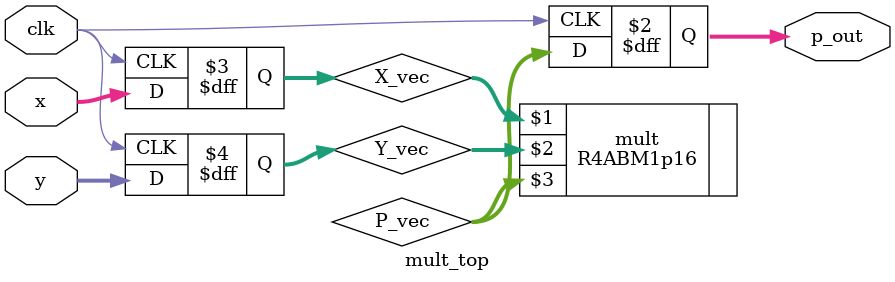
<source format=v>

`include "timescale.v"

module mult_top(
    // Clock and reset
    input clk,
    // Input X has a form x_i%d where %d denotes the bit number
    input  [15:0] x,
    // Input Y has a form y_i%d where %d denotes the bit number
    input  [15:0] y,
    // Output P has a form p_out%d where %d denotes the bit number
    output reg [31:0] p_out
    );

    
    // Now we have X_vec and Y_vec signal 
    // Then we do processing with these signals and store the 
    // intermidiate result in P_vec
    // For example purposes X_vec and Y_vec are concanated and stored in P_vec
    wire [31:0] P_vec;
    reg [15:0] X_vec;
    reg [15:0] Y_vec;
    
    R4ABM1p16 mult(X_vec,Y_vec,P_vec); 

 
    always @(posedge clk) 
    begin
        p_out = P_vec;
        X_vec = x;
        Y_vec = y;
    end

endmodule 


</source>
